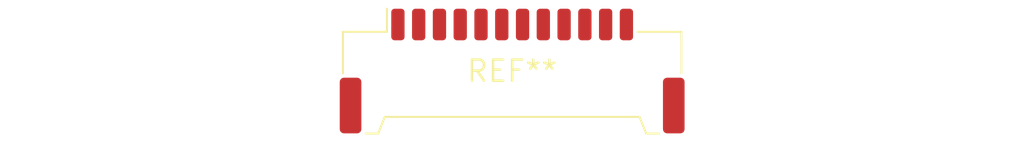
<source format=kicad_pcb>
(kicad_pcb (version 20240108) (generator pcbnew)
  (layers (0 "F.Cu" signal) (31 "B.Cu" signal) (34 "B.Paste" user) (35 "F.Paste" user) (36 "B.SilkS" user "B.Silkscreen") (37 "F.SilkS" user "F.Silkscreen") (38 "B.Mask" user) (39 "F.Mask" user) (44 "Edge.Cuts" user))
  (net 0 "")
  (footprint "Molex_Panelmate_53780-1270_1x12-1MP_P1.25mm_Horizontal" (layer "F.Cu") (at 0 0)
    (property "Reference" "REF**")
    (property "Value" "Molex_Panelmate_53780-1270_1x12-1MP_P1.25mm_Horizontal")
    (fp_line (start -10.185 -2.36) (end -7.535 -2.36) (layer "F.SilkS") (stroke (width 0.12)))
    (fp_line (start -10.185 0.14) (end -10.185 -2.36) (layer "F.SilkS") (stroke (width 0.12)))
    (fp_line (start -8.815 3.76) (end -8.065 3.76) (layer "F.SilkS") (stroke (width 0.12)))
    (fp_line (start -8.065 3.76) (end -7.665 2.76) (layer "F.SilkS") (stroke (width 0.12)))
    (fp_line (start -7.665 2.76) (end 7.665 2.76) (layer "F.SilkS") (stroke (width 0.12)))
    (fp_line (start -7.535 -2.36) (end -7.535 -3.75) (layer "F.SilkS") (stroke (width 0.12)))
    (fp_line (start 7.665 2.76) (end 8.065 3.76) (layer "F.SilkS") (stroke (width 0.12)))
    (fp_line (start 8.065 3.76) (end 8.815 3.76) (layer "F.SilkS") (stroke (width 0.12)))
    (fp_line (start 10.185 -2.36) (end 7.535 -2.36) (layer "F.SilkS") (stroke (width 0.12)))
    (fp_line (start 10.185 0.14) (end 10.185 -2.36) (layer "F.SilkS") (stroke (width 0.12)))
    (pad "1" smd roundrect (at -6.875 -2.8) (size 0.8 1.9) (layers "F.Cu" "F.Paste" "F.Mask"))
    (pad "2" smd roundrect (at -5.625 -2.8) (size 0.8 1.9) (layers "F.Cu" "F.Paste" "F.Mask"))
    (pad "3" smd roundrect (at -4.375 -2.8) (size 0.8 1.9) (layers "F.Cu" "F.Paste" "F.Mask"))
    (pad "4" smd roundrect (at -3.125 -2.8) (size 0.8 1.9) (layers "F.Cu" "F.Paste" "F.Mask"))
    (pad "5" smd roundrect (at -1.875 -2.8) (size 0.8 1.9) (layers "F.Cu" "F.Paste" "F.Mask"))
    (pad "6" smd roundrect (at -0.625 -2.8) (size 0.8 1.9) (layers "F.Cu" "F.Paste" "F.Mask"))
    (pad "7" smd roundrect (at 0.625 -2.8) (size 0.8 1.9) (layers "F.Cu" "F.Paste" "F.Mask"))
    (pad "8" smd roundrect (at 1.875 -2.8) (size 0.8 1.9) (layers "F.Cu" "F.Paste" "F.Mask"))
    (pad "9" smd roundrect (at 3.125 -2.8) (size 0.8 1.9) (layers "F.Cu" "F.Paste" "F.Mask"))
    (pad "10" smd roundrect (at 4.375 -2.8) (size 0.8 1.9) (layers "F.Cu" "F.Paste" "F.Mask"))
    (pad "11" smd roundrect (at 5.625 -2.8) (size 0.8 1.9) (layers "F.Cu" "F.Paste" "F.Mask"))
    (pad "12" smd roundrect (at 6.875 -2.8) (size 0.8 1.9) (layers "F.Cu" "F.Paste" "F.Mask"))
    (pad "MP" smd roundrect (at -9.725 2.075) (size 1.3 3.35) (layers "F.Cu" "F.Paste" "F.Mask") (roundrect_rratio 0.192308))
    (pad "MP" smd roundrect (at 9.725 2.075) (size 1.3 3.35) (layers "F.Cu" "F.Paste" "F.Mask") (roundrect_rratio 0.192308))
  )
)
</source>
